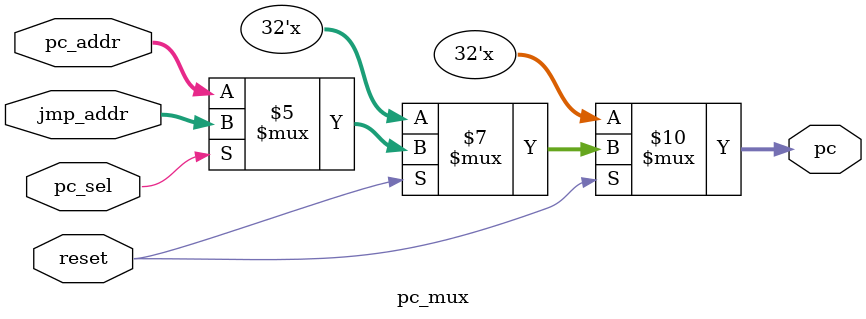
<source format=v>


`timescale 1ns/10ps

module pc_mux (
    reset,
    pc,
    pc_addr,
    jmp_addr,
    pc_sel
);


input reset;
output [31:0] pc;
reg [31:0] pc;
input [31:0] pc_addr;
input [31:0] jmp_addr;
input [0:0] pc_sel;




always @(pc_sel, jmp_addr, pc_addr, reset) begin: PC_MUX_PMUX
    if ((reset == 1)) begin
        if (pc_sel) begin
            pc = jmp_addr;
        end
        else begin
            pc = pc_addr;
        end
    end
end

endmodule

</source>
